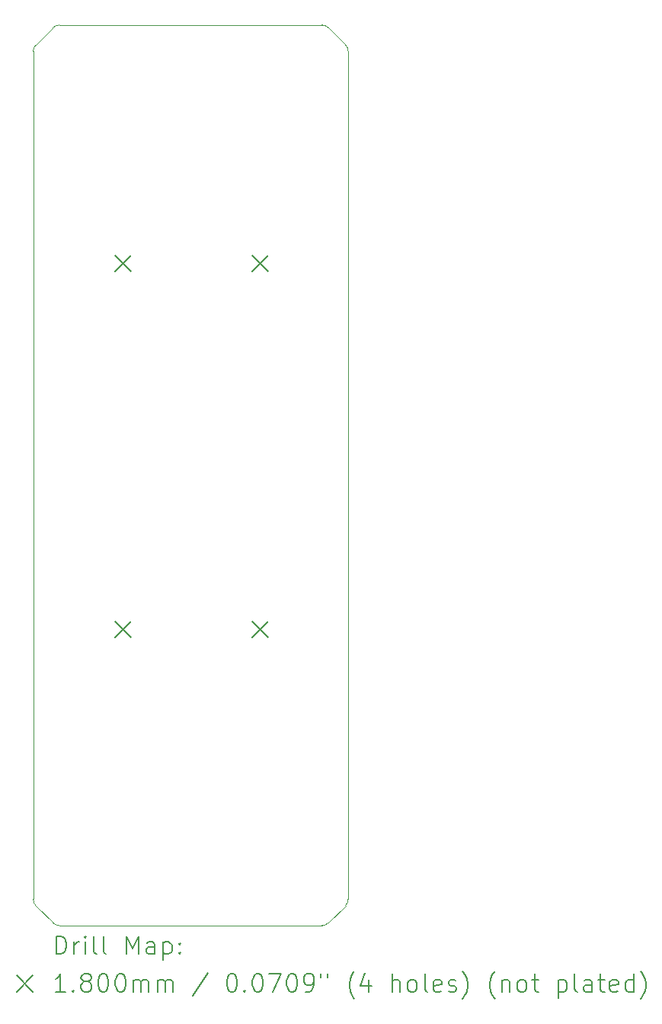
<source format=gbr>
%TF.GenerationSoftware,KiCad,Pcbnew,9.0.0*%
%TF.CreationDate,2025-07-23T11:09:13-05:00*%
%TF.ProjectId,numitroncontrol,6e756d69-7472-46f6-9e63-6f6e74726f6c,rev?*%
%TF.SameCoordinates,Original*%
%TF.FileFunction,Drillmap*%
%TF.FilePolarity,Positive*%
%FSLAX45Y45*%
G04 Gerber Fmt 4.5, Leading zero omitted, Abs format (unit mm)*
G04 Created by KiCad (PCBNEW 9.0.0) date 2025-07-23 11:09:13*
%MOMM*%
%LPD*%
G01*
G04 APERTURE LIST*
%ADD10C,0.100000*%
%ADD11C,0.200000*%
%ADD12C,0.180000*%
G04 APERTURE END LIST*
D10*
X10938000Y-8369621D02*
X10938000Y-17786779D01*
X14408711Y-17857489D02*
X14217289Y-18048911D01*
X11158711Y-18048911D02*
X10967289Y-17857489D01*
X10938000Y-8369621D02*
G75*
G02*
X10967289Y-8298910I100000J1D01*
G01*
X11158711Y-8107489D02*
G75*
G02*
X11229421Y-8078203I70719J-70741D01*
G01*
X14217289Y-18048911D02*
G75*
G02*
X14146579Y-18078197I-70719J70741D01*
G01*
X10967289Y-17857489D02*
G75*
G02*
X10938003Y-17786779I70741J70719D01*
G01*
X14146579Y-18078200D02*
X11229421Y-18078200D01*
X14146579Y-8078200D02*
X11229421Y-8078200D01*
X14146579Y-8078200D02*
G75*
G02*
X14217288Y-8107491I1J-99990D01*
G01*
X14408711Y-8298911D02*
G75*
G02*
X14437997Y-8369621I-70741J-70719D01*
G01*
X11158711Y-8107489D02*
X10967289Y-8298911D01*
X11229421Y-18078200D02*
G75*
G02*
X11158712Y-18048909I-1J99990D01*
G01*
X14438000Y-8369621D02*
X14438000Y-17786779D01*
X14438000Y-17786779D02*
G75*
G02*
X14408709Y-17857488I-99990J-1D01*
G01*
X14217289Y-8107489D02*
X14408711Y-8298911D01*
D11*
D12*
X11848000Y-10634200D02*
X12028000Y-10814200D01*
X12028000Y-10634200D02*
X11848000Y-10814200D01*
X11848000Y-14698200D02*
X12028000Y-14878200D01*
X12028000Y-14698200D02*
X11848000Y-14878200D01*
X13372000Y-10634200D02*
X13552000Y-10814200D01*
X13552000Y-10634200D02*
X13372000Y-10814200D01*
X13372000Y-14698200D02*
X13552000Y-14878200D01*
X13552000Y-14698200D02*
X13372000Y-14878200D01*
D11*
X11193777Y-18394684D02*
X11193777Y-18194684D01*
X11193777Y-18194684D02*
X11241396Y-18194684D01*
X11241396Y-18194684D02*
X11269967Y-18204208D01*
X11269967Y-18204208D02*
X11289015Y-18223255D01*
X11289015Y-18223255D02*
X11298539Y-18242303D01*
X11298539Y-18242303D02*
X11308062Y-18280398D01*
X11308062Y-18280398D02*
X11308062Y-18308970D01*
X11308062Y-18308970D02*
X11298539Y-18347065D01*
X11298539Y-18347065D02*
X11289015Y-18366112D01*
X11289015Y-18366112D02*
X11269967Y-18385160D01*
X11269967Y-18385160D02*
X11241396Y-18394684D01*
X11241396Y-18394684D02*
X11193777Y-18394684D01*
X11393777Y-18394684D02*
X11393777Y-18261350D01*
X11393777Y-18299446D02*
X11403301Y-18280398D01*
X11403301Y-18280398D02*
X11412824Y-18270874D01*
X11412824Y-18270874D02*
X11431872Y-18261350D01*
X11431872Y-18261350D02*
X11450920Y-18261350D01*
X11517586Y-18394684D02*
X11517586Y-18261350D01*
X11517586Y-18194684D02*
X11508062Y-18204208D01*
X11508062Y-18204208D02*
X11517586Y-18213731D01*
X11517586Y-18213731D02*
X11527110Y-18204208D01*
X11527110Y-18204208D02*
X11517586Y-18194684D01*
X11517586Y-18194684D02*
X11517586Y-18213731D01*
X11641396Y-18394684D02*
X11622348Y-18385160D01*
X11622348Y-18385160D02*
X11612824Y-18366112D01*
X11612824Y-18366112D02*
X11612824Y-18194684D01*
X11746158Y-18394684D02*
X11727110Y-18385160D01*
X11727110Y-18385160D02*
X11717586Y-18366112D01*
X11717586Y-18366112D02*
X11717586Y-18194684D01*
X11974729Y-18394684D02*
X11974729Y-18194684D01*
X11974729Y-18194684D02*
X12041396Y-18337541D01*
X12041396Y-18337541D02*
X12108062Y-18194684D01*
X12108062Y-18194684D02*
X12108062Y-18394684D01*
X12289015Y-18394684D02*
X12289015Y-18289922D01*
X12289015Y-18289922D02*
X12279491Y-18270874D01*
X12279491Y-18270874D02*
X12260443Y-18261350D01*
X12260443Y-18261350D02*
X12222348Y-18261350D01*
X12222348Y-18261350D02*
X12203301Y-18270874D01*
X12289015Y-18385160D02*
X12269967Y-18394684D01*
X12269967Y-18394684D02*
X12222348Y-18394684D01*
X12222348Y-18394684D02*
X12203301Y-18385160D01*
X12203301Y-18385160D02*
X12193777Y-18366112D01*
X12193777Y-18366112D02*
X12193777Y-18347065D01*
X12193777Y-18347065D02*
X12203301Y-18328017D01*
X12203301Y-18328017D02*
X12222348Y-18318493D01*
X12222348Y-18318493D02*
X12269967Y-18318493D01*
X12269967Y-18318493D02*
X12289015Y-18308970D01*
X12384253Y-18261350D02*
X12384253Y-18461350D01*
X12384253Y-18270874D02*
X12403301Y-18261350D01*
X12403301Y-18261350D02*
X12441396Y-18261350D01*
X12441396Y-18261350D02*
X12460443Y-18270874D01*
X12460443Y-18270874D02*
X12469967Y-18280398D01*
X12469967Y-18280398D02*
X12479491Y-18299446D01*
X12479491Y-18299446D02*
X12479491Y-18356589D01*
X12479491Y-18356589D02*
X12469967Y-18375636D01*
X12469967Y-18375636D02*
X12460443Y-18385160D01*
X12460443Y-18385160D02*
X12441396Y-18394684D01*
X12441396Y-18394684D02*
X12403301Y-18394684D01*
X12403301Y-18394684D02*
X12384253Y-18385160D01*
X12565205Y-18375636D02*
X12574729Y-18385160D01*
X12574729Y-18385160D02*
X12565205Y-18394684D01*
X12565205Y-18394684D02*
X12555682Y-18385160D01*
X12555682Y-18385160D02*
X12565205Y-18375636D01*
X12565205Y-18375636D02*
X12565205Y-18394684D01*
X12565205Y-18270874D02*
X12574729Y-18280398D01*
X12574729Y-18280398D02*
X12565205Y-18289922D01*
X12565205Y-18289922D02*
X12555682Y-18280398D01*
X12555682Y-18280398D02*
X12565205Y-18270874D01*
X12565205Y-18270874D02*
X12565205Y-18289922D01*
D12*
X10753000Y-18633200D02*
X10933000Y-18813200D01*
X10933000Y-18633200D02*
X10753000Y-18813200D01*
D11*
X11298539Y-18814684D02*
X11184253Y-18814684D01*
X11241396Y-18814684D02*
X11241396Y-18614684D01*
X11241396Y-18614684D02*
X11222348Y-18643255D01*
X11222348Y-18643255D02*
X11203301Y-18662303D01*
X11203301Y-18662303D02*
X11184253Y-18671827D01*
X11384253Y-18795636D02*
X11393777Y-18805160D01*
X11393777Y-18805160D02*
X11384253Y-18814684D01*
X11384253Y-18814684D02*
X11374729Y-18805160D01*
X11374729Y-18805160D02*
X11384253Y-18795636D01*
X11384253Y-18795636D02*
X11384253Y-18814684D01*
X11508062Y-18700398D02*
X11489015Y-18690874D01*
X11489015Y-18690874D02*
X11479491Y-18681350D01*
X11479491Y-18681350D02*
X11469967Y-18662303D01*
X11469967Y-18662303D02*
X11469967Y-18652779D01*
X11469967Y-18652779D02*
X11479491Y-18633731D01*
X11479491Y-18633731D02*
X11489015Y-18624208D01*
X11489015Y-18624208D02*
X11508062Y-18614684D01*
X11508062Y-18614684D02*
X11546158Y-18614684D01*
X11546158Y-18614684D02*
X11565205Y-18624208D01*
X11565205Y-18624208D02*
X11574729Y-18633731D01*
X11574729Y-18633731D02*
X11584253Y-18652779D01*
X11584253Y-18652779D02*
X11584253Y-18662303D01*
X11584253Y-18662303D02*
X11574729Y-18681350D01*
X11574729Y-18681350D02*
X11565205Y-18690874D01*
X11565205Y-18690874D02*
X11546158Y-18700398D01*
X11546158Y-18700398D02*
X11508062Y-18700398D01*
X11508062Y-18700398D02*
X11489015Y-18709922D01*
X11489015Y-18709922D02*
X11479491Y-18719446D01*
X11479491Y-18719446D02*
X11469967Y-18738493D01*
X11469967Y-18738493D02*
X11469967Y-18776589D01*
X11469967Y-18776589D02*
X11479491Y-18795636D01*
X11479491Y-18795636D02*
X11489015Y-18805160D01*
X11489015Y-18805160D02*
X11508062Y-18814684D01*
X11508062Y-18814684D02*
X11546158Y-18814684D01*
X11546158Y-18814684D02*
X11565205Y-18805160D01*
X11565205Y-18805160D02*
X11574729Y-18795636D01*
X11574729Y-18795636D02*
X11584253Y-18776589D01*
X11584253Y-18776589D02*
X11584253Y-18738493D01*
X11584253Y-18738493D02*
X11574729Y-18719446D01*
X11574729Y-18719446D02*
X11565205Y-18709922D01*
X11565205Y-18709922D02*
X11546158Y-18700398D01*
X11708062Y-18614684D02*
X11727110Y-18614684D01*
X11727110Y-18614684D02*
X11746158Y-18624208D01*
X11746158Y-18624208D02*
X11755682Y-18633731D01*
X11755682Y-18633731D02*
X11765205Y-18652779D01*
X11765205Y-18652779D02*
X11774729Y-18690874D01*
X11774729Y-18690874D02*
X11774729Y-18738493D01*
X11774729Y-18738493D02*
X11765205Y-18776589D01*
X11765205Y-18776589D02*
X11755682Y-18795636D01*
X11755682Y-18795636D02*
X11746158Y-18805160D01*
X11746158Y-18805160D02*
X11727110Y-18814684D01*
X11727110Y-18814684D02*
X11708062Y-18814684D01*
X11708062Y-18814684D02*
X11689015Y-18805160D01*
X11689015Y-18805160D02*
X11679491Y-18795636D01*
X11679491Y-18795636D02*
X11669967Y-18776589D01*
X11669967Y-18776589D02*
X11660443Y-18738493D01*
X11660443Y-18738493D02*
X11660443Y-18690874D01*
X11660443Y-18690874D02*
X11669967Y-18652779D01*
X11669967Y-18652779D02*
X11679491Y-18633731D01*
X11679491Y-18633731D02*
X11689015Y-18624208D01*
X11689015Y-18624208D02*
X11708062Y-18614684D01*
X11898539Y-18614684D02*
X11917586Y-18614684D01*
X11917586Y-18614684D02*
X11936634Y-18624208D01*
X11936634Y-18624208D02*
X11946158Y-18633731D01*
X11946158Y-18633731D02*
X11955682Y-18652779D01*
X11955682Y-18652779D02*
X11965205Y-18690874D01*
X11965205Y-18690874D02*
X11965205Y-18738493D01*
X11965205Y-18738493D02*
X11955682Y-18776589D01*
X11955682Y-18776589D02*
X11946158Y-18795636D01*
X11946158Y-18795636D02*
X11936634Y-18805160D01*
X11936634Y-18805160D02*
X11917586Y-18814684D01*
X11917586Y-18814684D02*
X11898539Y-18814684D01*
X11898539Y-18814684D02*
X11879491Y-18805160D01*
X11879491Y-18805160D02*
X11869967Y-18795636D01*
X11869967Y-18795636D02*
X11860443Y-18776589D01*
X11860443Y-18776589D02*
X11850920Y-18738493D01*
X11850920Y-18738493D02*
X11850920Y-18690874D01*
X11850920Y-18690874D02*
X11860443Y-18652779D01*
X11860443Y-18652779D02*
X11869967Y-18633731D01*
X11869967Y-18633731D02*
X11879491Y-18624208D01*
X11879491Y-18624208D02*
X11898539Y-18614684D01*
X12050920Y-18814684D02*
X12050920Y-18681350D01*
X12050920Y-18700398D02*
X12060443Y-18690874D01*
X12060443Y-18690874D02*
X12079491Y-18681350D01*
X12079491Y-18681350D02*
X12108063Y-18681350D01*
X12108063Y-18681350D02*
X12127110Y-18690874D01*
X12127110Y-18690874D02*
X12136634Y-18709922D01*
X12136634Y-18709922D02*
X12136634Y-18814684D01*
X12136634Y-18709922D02*
X12146158Y-18690874D01*
X12146158Y-18690874D02*
X12165205Y-18681350D01*
X12165205Y-18681350D02*
X12193777Y-18681350D01*
X12193777Y-18681350D02*
X12212824Y-18690874D01*
X12212824Y-18690874D02*
X12222348Y-18709922D01*
X12222348Y-18709922D02*
X12222348Y-18814684D01*
X12317586Y-18814684D02*
X12317586Y-18681350D01*
X12317586Y-18700398D02*
X12327110Y-18690874D01*
X12327110Y-18690874D02*
X12346158Y-18681350D01*
X12346158Y-18681350D02*
X12374729Y-18681350D01*
X12374729Y-18681350D02*
X12393777Y-18690874D01*
X12393777Y-18690874D02*
X12403301Y-18709922D01*
X12403301Y-18709922D02*
X12403301Y-18814684D01*
X12403301Y-18709922D02*
X12412824Y-18690874D01*
X12412824Y-18690874D02*
X12431872Y-18681350D01*
X12431872Y-18681350D02*
X12460443Y-18681350D01*
X12460443Y-18681350D02*
X12479491Y-18690874D01*
X12479491Y-18690874D02*
X12489015Y-18709922D01*
X12489015Y-18709922D02*
X12489015Y-18814684D01*
X12879491Y-18605160D02*
X12708063Y-18862303D01*
X13136634Y-18614684D02*
X13155682Y-18614684D01*
X13155682Y-18614684D02*
X13174729Y-18624208D01*
X13174729Y-18624208D02*
X13184253Y-18633731D01*
X13184253Y-18633731D02*
X13193777Y-18652779D01*
X13193777Y-18652779D02*
X13203301Y-18690874D01*
X13203301Y-18690874D02*
X13203301Y-18738493D01*
X13203301Y-18738493D02*
X13193777Y-18776589D01*
X13193777Y-18776589D02*
X13184253Y-18795636D01*
X13184253Y-18795636D02*
X13174729Y-18805160D01*
X13174729Y-18805160D02*
X13155682Y-18814684D01*
X13155682Y-18814684D02*
X13136634Y-18814684D01*
X13136634Y-18814684D02*
X13117586Y-18805160D01*
X13117586Y-18805160D02*
X13108063Y-18795636D01*
X13108063Y-18795636D02*
X13098539Y-18776589D01*
X13098539Y-18776589D02*
X13089015Y-18738493D01*
X13089015Y-18738493D02*
X13089015Y-18690874D01*
X13089015Y-18690874D02*
X13098539Y-18652779D01*
X13098539Y-18652779D02*
X13108063Y-18633731D01*
X13108063Y-18633731D02*
X13117586Y-18624208D01*
X13117586Y-18624208D02*
X13136634Y-18614684D01*
X13289015Y-18795636D02*
X13298539Y-18805160D01*
X13298539Y-18805160D02*
X13289015Y-18814684D01*
X13289015Y-18814684D02*
X13279491Y-18805160D01*
X13279491Y-18805160D02*
X13289015Y-18795636D01*
X13289015Y-18795636D02*
X13289015Y-18814684D01*
X13422348Y-18614684D02*
X13441396Y-18614684D01*
X13441396Y-18614684D02*
X13460444Y-18624208D01*
X13460444Y-18624208D02*
X13469967Y-18633731D01*
X13469967Y-18633731D02*
X13479491Y-18652779D01*
X13479491Y-18652779D02*
X13489015Y-18690874D01*
X13489015Y-18690874D02*
X13489015Y-18738493D01*
X13489015Y-18738493D02*
X13479491Y-18776589D01*
X13479491Y-18776589D02*
X13469967Y-18795636D01*
X13469967Y-18795636D02*
X13460444Y-18805160D01*
X13460444Y-18805160D02*
X13441396Y-18814684D01*
X13441396Y-18814684D02*
X13422348Y-18814684D01*
X13422348Y-18814684D02*
X13403301Y-18805160D01*
X13403301Y-18805160D02*
X13393777Y-18795636D01*
X13393777Y-18795636D02*
X13384253Y-18776589D01*
X13384253Y-18776589D02*
X13374729Y-18738493D01*
X13374729Y-18738493D02*
X13374729Y-18690874D01*
X13374729Y-18690874D02*
X13384253Y-18652779D01*
X13384253Y-18652779D02*
X13393777Y-18633731D01*
X13393777Y-18633731D02*
X13403301Y-18624208D01*
X13403301Y-18624208D02*
X13422348Y-18614684D01*
X13555682Y-18614684D02*
X13689015Y-18614684D01*
X13689015Y-18614684D02*
X13603301Y-18814684D01*
X13803301Y-18614684D02*
X13822348Y-18614684D01*
X13822348Y-18614684D02*
X13841396Y-18624208D01*
X13841396Y-18624208D02*
X13850920Y-18633731D01*
X13850920Y-18633731D02*
X13860444Y-18652779D01*
X13860444Y-18652779D02*
X13869967Y-18690874D01*
X13869967Y-18690874D02*
X13869967Y-18738493D01*
X13869967Y-18738493D02*
X13860444Y-18776589D01*
X13860444Y-18776589D02*
X13850920Y-18795636D01*
X13850920Y-18795636D02*
X13841396Y-18805160D01*
X13841396Y-18805160D02*
X13822348Y-18814684D01*
X13822348Y-18814684D02*
X13803301Y-18814684D01*
X13803301Y-18814684D02*
X13784253Y-18805160D01*
X13784253Y-18805160D02*
X13774729Y-18795636D01*
X13774729Y-18795636D02*
X13765206Y-18776589D01*
X13765206Y-18776589D02*
X13755682Y-18738493D01*
X13755682Y-18738493D02*
X13755682Y-18690874D01*
X13755682Y-18690874D02*
X13765206Y-18652779D01*
X13765206Y-18652779D02*
X13774729Y-18633731D01*
X13774729Y-18633731D02*
X13784253Y-18624208D01*
X13784253Y-18624208D02*
X13803301Y-18614684D01*
X13965206Y-18814684D02*
X14003301Y-18814684D01*
X14003301Y-18814684D02*
X14022348Y-18805160D01*
X14022348Y-18805160D02*
X14031872Y-18795636D01*
X14031872Y-18795636D02*
X14050920Y-18767065D01*
X14050920Y-18767065D02*
X14060444Y-18728970D01*
X14060444Y-18728970D02*
X14060444Y-18652779D01*
X14060444Y-18652779D02*
X14050920Y-18633731D01*
X14050920Y-18633731D02*
X14041396Y-18624208D01*
X14041396Y-18624208D02*
X14022348Y-18614684D01*
X14022348Y-18614684D02*
X13984253Y-18614684D01*
X13984253Y-18614684D02*
X13965206Y-18624208D01*
X13965206Y-18624208D02*
X13955682Y-18633731D01*
X13955682Y-18633731D02*
X13946158Y-18652779D01*
X13946158Y-18652779D02*
X13946158Y-18700398D01*
X13946158Y-18700398D02*
X13955682Y-18719446D01*
X13955682Y-18719446D02*
X13965206Y-18728970D01*
X13965206Y-18728970D02*
X13984253Y-18738493D01*
X13984253Y-18738493D02*
X14022348Y-18738493D01*
X14022348Y-18738493D02*
X14041396Y-18728970D01*
X14041396Y-18728970D02*
X14050920Y-18719446D01*
X14050920Y-18719446D02*
X14060444Y-18700398D01*
X14136634Y-18614684D02*
X14136634Y-18652779D01*
X14212825Y-18614684D02*
X14212825Y-18652779D01*
X14508063Y-18890874D02*
X14498539Y-18881350D01*
X14498539Y-18881350D02*
X14479491Y-18852779D01*
X14479491Y-18852779D02*
X14469968Y-18833731D01*
X14469968Y-18833731D02*
X14460444Y-18805160D01*
X14460444Y-18805160D02*
X14450920Y-18757541D01*
X14450920Y-18757541D02*
X14450920Y-18719446D01*
X14450920Y-18719446D02*
X14460444Y-18671827D01*
X14460444Y-18671827D02*
X14469968Y-18643255D01*
X14469968Y-18643255D02*
X14479491Y-18624208D01*
X14479491Y-18624208D02*
X14498539Y-18595636D01*
X14498539Y-18595636D02*
X14508063Y-18586112D01*
X14669968Y-18681350D02*
X14669968Y-18814684D01*
X14622348Y-18605160D02*
X14574729Y-18748017D01*
X14574729Y-18748017D02*
X14698539Y-18748017D01*
X14927110Y-18814684D02*
X14927110Y-18614684D01*
X15012825Y-18814684D02*
X15012825Y-18709922D01*
X15012825Y-18709922D02*
X15003301Y-18690874D01*
X15003301Y-18690874D02*
X14984253Y-18681350D01*
X14984253Y-18681350D02*
X14955682Y-18681350D01*
X14955682Y-18681350D02*
X14936634Y-18690874D01*
X14936634Y-18690874D02*
X14927110Y-18700398D01*
X15136634Y-18814684D02*
X15117587Y-18805160D01*
X15117587Y-18805160D02*
X15108063Y-18795636D01*
X15108063Y-18795636D02*
X15098539Y-18776589D01*
X15098539Y-18776589D02*
X15098539Y-18719446D01*
X15098539Y-18719446D02*
X15108063Y-18700398D01*
X15108063Y-18700398D02*
X15117587Y-18690874D01*
X15117587Y-18690874D02*
X15136634Y-18681350D01*
X15136634Y-18681350D02*
X15165206Y-18681350D01*
X15165206Y-18681350D02*
X15184253Y-18690874D01*
X15184253Y-18690874D02*
X15193777Y-18700398D01*
X15193777Y-18700398D02*
X15203301Y-18719446D01*
X15203301Y-18719446D02*
X15203301Y-18776589D01*
X15203301Y-18776589D02*
X15193777Y-18795636D01*
X15193777Y-18795636D02*
X15184253Y-18805160D01*
X15184253Y-18805160D02*
X15165206Y-18814684D01*
X15165206Y-18814684D02*
X15136634Y-18814684D01*
X15317587Y-18814684D02*
X15298539Y-18805160D01*
X15298539Y-18805160D02*
X15289015Y-18786112D01*
X15289015Y-18786112D02*
X15289015Y-18614684D01*
X15469968Y-18805160D02*
X15450920Y-18814684D01*
X15450920Y-18814684D02*
X15412825Y-18814684D01*
X15412825Y-18814684D02*
X15393777Y-18805160D01*
X15393777Y-18805160D02*
X15384253Y-18786112D01*
X15384253Y-18786112D02*
X15384253Y-18709922D01*
X15384253Y-18709922D02*
X15393777Y-18690874D01*
X15393777Y-18690874D02*
X15412825Y-18681350D01*
X15412825Y-18681350D02*
X15450920Y-18681350D01*
X15450920Y-18681350D02*
X15469968Y-18690874D01*
X15469968Y-18690874D02*
X15479491Y-18709922D01*
X15479491Y-18709922D02*
X15479491Y-18728970D01*
X15479491Y-18728970D02*
X15384253Y-18748017D01*
X15555682Y-18805160D02*
X15574730Y-18814684D01*
X15574730Y-18814684D02*
X15612825Y-18814684D01*
X15612825Y-18814684D02*
X15631872Y-18805160D01*
X15631872Y-18805160D02*
X15641396Y-18786112D01*
X15641396Y-18786112D02*
X15641396Y-18776589D01*
X15641396Y-18776589D02*
X15631872Y-18757541D01*
X15631872Y-18757541D02*
X15612825Y-18748017D01*
X15612825Y-18748017D02*
X15584253Y-18748017D01*
X15584253Y-18748017D02*
X15565206Y-18738493D01*
X15565206Y-18738493D02*
X15555682Y-18719446D01*
X15555682Y-18719446D02*
X15555682Y-18709922D01*
X15555682Y-18709922D02*
X15565206Y-18690874D01*
X15565206Y-18690874D02*
X15584253Y-18681350D01*
X15584253Y-18681350D02*
X15612825Y-18681350D01*
X15612825Y-18681350D02*
X15631872Y-18690874D01*
X15708063Y-18890874D02*
X15717587Y-18881350D01*
X15717587Y-18881350D02*
X15736634Y-18852779D01*
X15736634Y-18852779D02*
X15746158Y-18833731D01*
X15746158Y-18833731D02*
X15755682Y-18805160D01*
X15755682Y-18805160D02*
X15765206Y-18757541D01*
X15765206Y-18757541D02*
X15765206Y-18719446D01*
X15765206Y-18719446D02*
X15755682Y-18671827D01*
X15755682Y-18671827D02*
X15746158Y-18643255D01*
X15746158Y-18643255D02*
X15736634Y-18624208D01*
X15736634Y-18624208D02*
X15717587Y-18595636D01*
X15717587Y-18595636D02*
X15708063Y-18586112D01*
X16069968Y-18890874D02*
X16060444Y-18881350D01*
X16060444Y-18881350D02*
X16041396Y-18852779D01*
X16041396Y-18852779D02*
X16031872Y-18833731D01*
X16031872Y-18833731D02*
X16022349Y-18805160D01*
X16022349Y-18805160D02*
X16012825Y-18757541D01*
X16012825Y-18757541D02*
X16012825Y-18719446D01*
X16012825Y-18719446D02*
X16022349Y-18671827D01*
X16022349Y-18671827D02*
X16031872Y-18643255D01*
X16031872Y-18643255D02*
X16041396Y-18624208D01*
X16041396Y-18624208D02*
X16060444Y-18595636D01*
X16060444Y-18595636D02*
X16069968Y-18586112D01*
X16146158Y-18681350D02*
X16146158Y-18814684D01*
X16146158Y-18700398D02*
X16155682Y-18690874D01*
X16155682Y-18690874D02*
X16174730Y-18681350D01*
X16174730Y-18681350D02*
X16203301Y-18681350D01*
X16203301Y-18681350D02*
X16222349Y-18690874D01*
X16222349Y-18690874D02*
X16231872Y-18709922D01*
X16231872Y-18709922D02*
X16231872Y-18814684D01*
X16355682Y-18814684D02*
X16336634Y-18805160D01*
X16336634Y-18805160D02*
X16327111Y-18795636D01*
X16327111Y-18795636D02*
X16317587Y-18776589D01*
X16317587Y-18776589D02*
X16317587Y-18719446D01*
X16317587Y-18719446D02*
X16327111Y-18700398D01*
X16327111Y-18700398D02*
X16336634Y-18690874D01*
X16336634Y-18690874D02*
X16355682Y-18681350D01*
X16355682Y-18681350D02*
X16384253Y-18681350D01*
X16384253Y-18681350D02*
X16403301Y-18690874D01*
X16403301Y-18690874D02*
X16412825Y-18700398D01*
X16412825Y-18700398D02*
X16422349Y-18719446D01*
X16422349Y-18719446D02*
X16422349Y-18776589D01*
X16422349Y-18776589D02*
X16412825Y-18795636D01*
X16412825Y-18795636D02*
X16403301Y-18805160D01*
X16403301Y-18805160D02*
X16384253Y-18814684D01*
X16384253Y-18814684D02*
X16355682Y-18814684D01*
X16479492Y-18681350D02*
X16555682Y-18681350D01*
X16508063Y-18614684D02*
X16508063Y-18786112D01*
X16508063Y-18786112D02*
X16517587Y-18805160D01*
X16517587Y-18805160D02*
X16536634Y-18814684D01*
X16536634Y-18814684D02*
X16555682Y-18814684D01*
X16774730Y-18681350D02*
X16774730Y-18881350D01*
X16774730Y-18690874D02*
X16793777Y-18681350D01*
X16793777Y-18681350D02*
X16831873Y-18681350D01*
X16831873Y-18681350D02*
X16850920Y-18690874D01*
X16850920Y-18690874D02*
X16860444Y-18700398D01*
X16860444Y-18700398D02*
X16869968Y-18719446D01*
X16869968Y-18719446D02*
X16869968Y-18776589D01*
X16869968Y-18776589D02*
X16860444Y-18795636D01*
X16860444Y-18795636D02*
X16850920Y-18805160D01*
X16850920Y-18805160D02*
X16831873Y-18814684D01*
X16831873Y-18814684D02*
X16793777Y-18814684D01*
X16793777Y-18814684D02*
X16774730Y-18805160D01*
X16984254Y-18814684D02*
X16965206Y-18805160D01*
X16965206Y-18805160D02*
X16955682Y-18786112D01*
X16955682Y-18786112D02*
X16955682Y-18614684D01*
X17146158Y-18814684D02*
X17146158Y-18709922D01*
X17146158Y-18709922D02*
X17136635Y-18690874D01*
X17136635Y-18690874D02*
X17117587Y-18681350D01*
X17117587Y-18681350D02*
X17079492Y-18681350D01*
X17079492Y-18681350D02*
X17060444Y-18690874D01*
X17146158Y-18805160D02*
X17127111Y-18814684D01*
X17127111Y-18814684D02*
X17079492Y-18814684D01*
X17079492Y-18814684D02*
X17060444Y-18805160D01*
X17060444Y-18805160D02*
X17050920Y-18786112D01*
X17050920Y-18786112D02*
X17050920Y-18767065D01*
X17050920Y-18767065D02*
X17060444Y-18748017D01*
X17060444Y-18748017D02*
X17079492Y-18738493D01*
X17079492Y-18738493D02*
X17127111Y-18738493D01*
X17127111Y-18738493D02*
X17146158Y-18728970D01*
X17212825Y-18681350D02*
X17289015Y-18681350D01*
X17241396Y-18614684D02*
X17241396Y-18786112D01*
X17241396Y-18786112D02*
X17250920Y-18805160D01*
X17250920Y-18805160D02*
X17269968Y-18814684D01*
X17269968Y-18814684D02*
X17289015Y-18814684D01*
X17431873Y-18805160D02*
X17412825Y-18814684D01*
X17412825Y-18814684D02*
X17374730Y-18814684D01*
X17374730Y-18814684D02*
X17355682Y-18805160D01*
X17355682Y-18805160D02*
X17346158Y-18786112D01*
X17346158Y-18786112D02*
X17346158Y-18709922D01*
X17346158Y-18709922D02*
X17355682Y-18690874D01*
X17355682Y-18690874D02*
X17374730Y-18681350D01*
X17374730Y-18681350D02*
X17412825Y-18681350D01*
X17412825Y-18681350D02*
X17431873Y-18690874D01*
X17431873Y-18690874D02*
X17441396Y-18709922D01*
X17441396Y-18709922D02*
X17441396Y-18728970D01*
X17441396Y-18728970D02*
X17346158Y-18748017D01*
X17612825Y-18814684D02*
X17612825Y-18614684D01*
X17612825Y-18805160D02*
X17593777Y-18814684D01*
X17593777Y-18814684D02*
X17555682Y-18814684D01*
X17555682Y-18814684D02*
X17536635Y-18805160D01*
X17536635Y-18805160D02*
X17527111Y-18795636D01*
X17527111Y-18795636D02*
X17517587Y-18776589D01*
X17517587Y-18776589D02*
X17517587Y-18719446D01*
X17517587Y-18719446D02*
X17527111Y-18700398D01*
X17527111Y-18700398D02*
X17536635Y-18690874D01*
X17536635Y-18690874D02*
X17555682Y-18681350D01*
X17555682Y-18681350D02*
X17593777Y-18681350D01*
X17593777Y-18681350D02*
X17612825Y-18690874D01*
X17689016Y-18890874D02*
X17698539Y-18881350D01*
X17698539Y-18881350D02*
X17717587Y-18852779D01*
X17717587Y-18852779D02*
X17727111Y-18833731D01*
X17727111Y-18833731D02*
X17736635Y-18805160D01*
X17736635Y-18805160D02*
X17746158Y-18757541D01*
X17746158Y-18757541D02*
X17746158Y-18719446D01*
X17746158Y-18719446D02*
X17736635Y-18671827D01*
X17736635Y-18671827D02*
X17727111Y-18643255D01*
X17727111Y-18643255D02*
X17717587Y-18624208D01*
X17717587Y-18624208D02*
X17698539Y-18595636D01*
X17698539Y-18595636D02*
X17689016Y-18586112D01*
M02*

</source>
